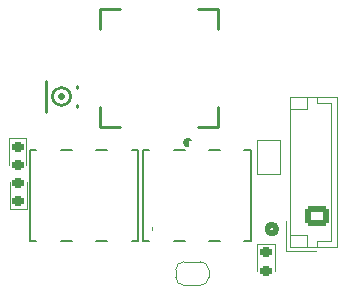
<source format=gbr>
%TF.GenerationSoftware,KiCad,Pcbnew,9.0.5*%
%TF.CreationDate,2025-12-03T11:23:26-08:00*%
%TF.ProjectId,camcontrol,63616d63-6f6e-4747-926f-6c2e6b696361,rev?*%
%TF.SameCoordinates,Original*%
%TF.FileFunction,Legend,Bot*%
%TF.FilePolarity,Positive*%
%FSLAX46Y46*%
G04 Gerber Fmt 4.6, Leading zero omitted, Abs format (unit mm)*
G04 Created by KiCad (PCBNEW 9.0.5) date 2025-12-03 11:23:26*
%MOMM*%
%LPD*%
G01*
G04 APERTURE LIST*
G04 Aperture macros list*
%AMRoundRect*
0 Rectangle with rounded corners*
0 $1 Rounding radius*
0 $2 $3 $4 $5 $6 $7 $8 $9 X,Y pos of 4 corners*
0 Add a 4 corners polygon primitive as box body*
4,1,4,$2,$3,$4,$5,$6,$7,$8,$9,$2,$3,0*
0 Add four circle primitives for the rounded corners*
1,1,$1+$1,$2,$3*
1,1,$1+$1,$4,$5*
1,1,$1+$1,$6,$7*
1,1,$1+$1,$8,$9*
0 Add four rect primitives between the rounded corners*
20,1,$1+$1,$2,$3,$4,$5,0*
20,1,$1+$1,$4,$5,$6,$7,0*
20,1,$1+$1,$6,$7,$8,$9,0*
20,1,$1+$1,$8,$9,$2,$3,0*%
%AMFreePoly0*
4,1,23,0.500000,-0.750000,0.000000,-0.750000,0.000000,-0.745722,-0.065263,-0.745722,-0.191342,-0.711940,-0.304381,-0.646677,-0.396677,-0.554381,-0.461940,-0.441342,-0.495722,-0.315263,-0.495722,-0.250000,-0.500000,-0.250000,-0.500000,0.250000,-0.495722,0.250000,-0.495722,0.315263,-0.461940,0.441342,-0.396677,0.554381,-0.304381,0.646677,-0.191342,0.711940,-0.065263,0.745722,0.000000,0.745722,
0.000000,0.750000,0.500000,0.750000,0.500000,-0.750000,0.500000,-0.750000,$1*%
%AMFreePoly1*
4,1,23,0.000000,0.745722,0.065263,0.745722,0.191342,0.711940,0.304381,0.646677,0.396677,0.554381,0.461940,0.441342,0.495722,0.315263,0.495722,0.250000,0.500000,0.250000,0.500000,-0.250000,0.495722,-0.250000,0.495722,-0.315263,0.461940,-0.441342,0.396677,-0.554381,0.304381,-0.646677,0.191342,-0.711940,0.065263,-0.745722,0.000000,-0.745722,0.000000,-0.750000,-0.500000,-0.750000,
-0.500000,0.750000,0.000000,0.750000,0.000000,0.745722,0.000000,0.745722,$1*%
G04 Aperture macros list end*
%ADD10C,0.120000*%
%ADD11C,0.152400*%
%ADD12C,0.508000*%
%ADD13C,0.250000*%
%ADD14C,0.400000*%
%ADD15O,1.200000X1.400000*%
%ADD16O,1.200000X1.900000*%
%ADD17C,3.800000*%
%ADD18RoundRect,0.218750X-0.256250X0.218750X-0.256250X-0.218750X0.256250X-0.218750X0.256250X0.218750X0*%
%ADD19R,1.397000X2.500000*%
%ADD20RoundRect,0.218750X0.256250X-0.218750X0.256250X0.218750X-0.256250X0.218750X-0.256250X-0.218750X0*%
%ADD21R,0.800000X1.500000*%
%ADD22R,1.500000X0.800000*%
%ADD23RoundRect,0.250000X0.725000X-0.600000X0.725000X0.600000X-0.725000X0.600000X-0.725000X-0.600000X0*%
%ADD24O,1.950000X1.700000*%
%ADD25FreePoly0,180.000000*%
%ADD26FreePoly1,180.000000*%
%ADD27R,1.500000X1.000000*%
%ADD28R,1.050000X1.000000*%
%ADD29R,2.200000X1.050000*%
G04 APERTURE END LIST*
D10*
%TO.C,D1*%
X123400Y-12031000D02*
X1593400Y-12031000D01*
X123400Y-14316000D02*
X123400Y-12031000D01*
X1593400Y-12031000D02*
X1593400Y-14316000D01*
D11*
%TO.C,J7*%
X11452499Y-13031099D02*
X11998262Y-13031099D01*
X11452499Y-20685099D02*
X11452499Y-13031099D01*
X11998262Y-20685099D02*
X11452499Y-20685099D01*
X14060742Y-13031099D02*
X14998261Y-13031099D01*
X14998261Y-20685099D02*
X14060742Y-20685099D01*
X17060741Y-13031099D02*
X17998260Y-13031099D01*
X17998260Y-20685099D02*
X17060741Y-20685099D01*
X20060740Y-13031099D02*
X20606502Y-13031099D01*
X20606502Y-13031099D02*
X20606502Y-20685099D01*
X20606502Y-20685099D02*
X20060740Y-20685099D01*
D12*
X22765501Y-19708098D02*
G75*
G02*
X22003501Y-19708098I-381000J0D01*
G01*
X22003501Y-19708098D02*
G75*
G02*
X22765501Y-19708098I381000J0D01*
G01*
D10*
%TO.C,D2*%
X179400Y-18045800D02*
X179400Y-15760800D01*
X1649400Y-15760800D02*
X1649400Y-18045800D01*
X1649400Y-18045800D02*
X179400Y-18045800D01*
D13*
%TO.C,U1*%
X7852400Y-2745200D02*
X7852400Y-1045200D01*
X7852400Y-9345200D02*
X7852400Y-11045200D01*
X9552400Y-1045200D02*
X7852400Y-1045200D01*
X9552400Y-11045200D02*
X7852400Y-11045200D01*
X16152400Y-1045200D02*
X17852400Y-1045200D01*
X16152400Y-11045200D02*
X17852400Y-11045200D01*
X17852400Y-2745200D02*
X17852400Y-1045200D01*
X17852400Y-9345200D02*
X17852400Y-11045200D01*
D14*
X15462400Y-12395200D02*
G75*
G02*
X15062400Y-12395200I-200000J0D01*
G01*
X15062400Y-12395200D02*
G75*
G02*
X15462400Y-12395200I200000J0D01*
G01*
D10*
%TO.C,J8*%
X23598000Y-21544400D02*
X23598000Y-19044400D01*
X23898000Y-8524400D02*
X27918000Y-8524400D01*
X23898000Y-21244400D02*
X23898000Y-8524400D01*
X25398000Y-8524400D02*
X25398000Y-9524400D01*
X25398000Y-9524400D02*
X23898000Y-9524400D01*
X25398000Y-20244400D02*
X23898000Y-20244400D01*
X25398000Y-21244400D02*
X25398000Y-20244400D01*
X26098000Y-21544400D02*
X23598000Y-21544400D01*
X26208000Y-9024400D02*
X26208000Y-8524400D01*
X26208000Y-20744400D02*
X27418000Y-20744400D01*
X26208000Y-21244400D02*
X26208000Y-20744400D01*
X27418000Y-9024400D02*
X26208000Y-9024400D01*
X27418000Y-20744400D02*
X27418000Y-9024400D01*
X27918000Y-8524400D02*
X27918000Y-21244400D01*
X27918000Y-21244400D02*
X23898000Y-21244400D01*
D11*
%TO.C,J3*%
X1904899Y-13025900D02*
X2450662Y-13025900D01*
X1904899Y-20679900D02*
X1904899Y-13025900D01*
X2450662Y-20679900D02*
X1904899Y-20679900D01*
X4513142Y-13025900D02*
X5450661Y-13025900D01*
X5450661Y-20679900D02*
X4513142Y-20679900D01*
X7513141Y-13025900D02*
X8450660Y-13025900D01*
X8450660Y-20679900D02*
X7513141Y-20679900D01*
X10513140Y-13025900D02*
X11058902Y-13025900D01*
X11058902Y-13025900D02*
X11058902Y-20679900D01*
X11058902Y-20679900D02*
X10513140Y-20679900D01*
D12*
X13217901Y-19702899D02*
G75*
G02*
X12455901Y-19702899I-381000J0D01*
G01*
X12455901Y-19702899D02*
G75*
G02*
X13217901Y-19702899I381000J0D01*
G01*
D10*
%TO.C,J6*%
X14236000Y-23169600D02*
X14236000Y-23769600D01*
X14936000Y-24469600D02*
X16336000Y-24469600D01*
X16336000Y-22469600D02*
X14936000Y-22469600D01*
X17036000Y-23769600D02*
X17036000Y-23169600D01*
X14236000Y-23169600D02*
G75*
G02*
X14936000Y-22469600I700000J0D01*
G01*
X14936000Y-24469600D02*
G75*
G02*
X14236000Y-23769600I0J700000D01*
G01*
X16336000Y-22469600D02*
G75*
G02*
X17036000Y-23169600I1J-699999D01*
G01*
X17036000Y-23769600D02*
G75*
G02*
X16336000Y-24469600I-699999J-1D01*
G01*
%TO.C,J5*%
X21098000Y-12204000D02*
X21098000Y-15004000D01*
X21098000Y-15004000D02*
X23098000Y-15004000D01*
X23098000Y-12204000D02*
X21098000Y-12204000D01*
X23098000Y-15004000D02*
X23098000Y-12204000D01*
%TO.C,D3*%
X21159800Y-20968600D02*
X22629800Y-20968600D01*
X21159800Y-23253600D02*
X21159800Y-20968600D01*
X22629800Y-20968600D02*
X22629800Y-23253600D01*
D13*
%TO.C,AE1*%
X3276800Y-7183600D02*
X3276800Y-9783600D01*
X5876800Y-7623600D02*
X5876800Y-7753600D01*
X5876800Y-9213600D02*
X5876800Y-9343600D01*
X5336800Y-8483600D02*
G75*
G02*
X3816800Y-8483600I-760000J0D01*
G01*
X3816800Y-8483600D02*
G75*
G02*
X5336800Y-8483600I760000J0D01*
G01*
X4756800Y-8483600D02*
G75*
G02*
X4396800Y-8483600I-180000J0D01*
G01*
X4396800Y-8483600D02*
G75*
G02*
X4756800Y-8483600I180000J0D01*
G01*
%TD*%
%LPC*%
%TO.C,J6*%
G36*
X15786000Y-22719600D02*
G01*
X15486000Y-22719600D01*
X15486000Y-24219600D01*
X15786000Y-24219600D01*
X15786000Y-22719600D01*
G37*
%TO.C,J5*%
G36*
X22848000Y-13754000D02*
G01*
X21348000Y-13754000D01*
X21348000Y-13454000D01*
X22848000Y-13454000D01*
X22848000Y-13754000D01*
G37*
%TD*%
D15*
%TO.C,J2*%
X12834000Y-23000700D03*
X7994000Y-23000700D03*
D16*
X6814000Y-25900700D03*
X14014000Y-25900700D03*
%TD*%
D17*
%TO.C,H2*%
X4000000Y-24000000D03*
%TD*%
%TO.C,H1*%
X24000000Y-4000000D03*
%TD*%
D18*
%TO.C,D1*%
X858400Y-12728500D03*
X858400Y-14303500D03*
%TD*%
D19*
%TO.C,J7*%
X19029500Y-19708098D03*
X19029500Y-13508101D03*
X16029502Y-19708098D03*
X16029502Y-13508101D03*
X13029502Y-19708098D03*
X13029502Y-13508101D03*
%TD*%
D20*
%TO.C,D2*%
X914400Y-17348300D03*
X914400Y-15773300D03*
%TD*%
D21*
%TO.C,U1*%
X15392400Y-11045200D03*
X14122400Y-11045200D03*
X12852400Y-11045200D03*
X11582400Y-11045200D03*
X10312400Y-11045200D03*
D22*
X7852400Y-8585200D03*
X7852400Y-7315200D03*
X7852400Y-6045200D03*
X7852400Y-4775200D03*
X7852400Y-3505200D03*
D21*
X10312400Y-1045200D03*
X11582400Y-1045200D03*
X12852400Y-1045200D03*
X14122400Y-1045200D03*
X15392400Y-1045200D03*
D22*
X17852400Y-3505200D03*
X17852400Y-4775200D03*
X17852400Y-6045200D03*
X17852400Y-7315200D03*
X17852400Y-8585200D03*
%TD*%
D23*
%TO.C,J8*%
X26208000Y-18634400D03*
D24*
X26208000Y-16134400D03*
X26208000Y-13634400D03*
X26208000Y-11134400D03*
%TD*%
D19*
%TO.C,J3*%
X9481900Y-19702899D03*
X9481900Y-13502902D03*
X6481902Y-19702899D03*
X6481902Y-13502902D03*
X3481902Y-19702899D03*
X3481902Y-13502902D03*
%TD*%
D25*
%TO.C,J6*%
X16286000Y-23469600D03*
D26*
X14986000Y-23469600D03*
%TD*%
D27*
%TO.C,J5*%
X22098000Y-14254000D03*
X22098000Y-12954000D03*
%TD*%
D18*
%TO.C,D3*%
X21894800Y-21666100D03*
X21894800Y-23241100D03*
%TD*%
D28*
%TO.C,AE1*%
X6076800Y-8483600D03*
D29*
X4576800Y-9983600D03*
X4576800Y-6983600D03*
%TD*%
%LPD*%
M02*

</source>
